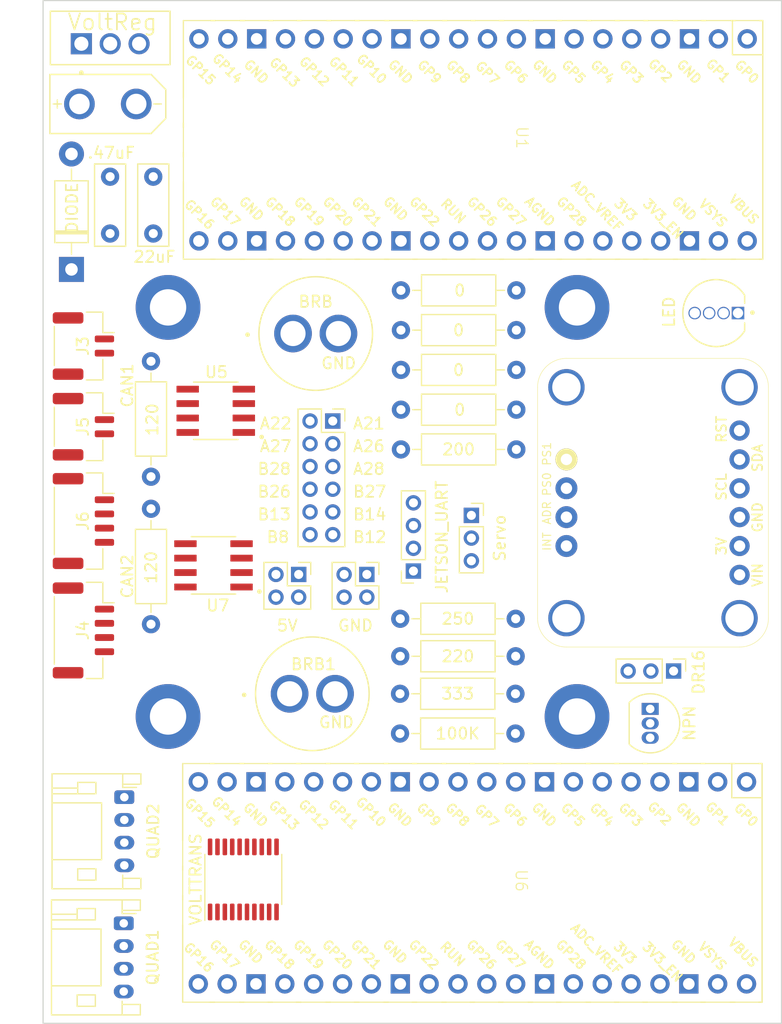
<source format=kicad_pcb>
(kicad_pcb (version 20221018) (generator pcbnew)
  (layers (0 "F.Cu" signal) (1 "In1.Cu" signal) (2 "In2.Cu" signal) (31 "B.Cu" signal) (34 "B.Paste" user) (35 "F.Paste" user) (36 "B.SilkS" user "B.Silkscreen") (37 "F.SilkS" user "F.Silkscreen") (38 "B.Mask" user) (39 "F.Mask" user) (44 "Edge.Cuts" user))
  (net 0 "")
  (net 1 "/GND")
  (net 2 "/5V")
  (net 3 "/3V3")
  (net 4 "Net-(Q1-IN)")
  (net 5 "Net-(J2-Pin_3)")
  (net 6 "Net-(J3-Pin_1)")
  (net 7 "Net-(J3-Pin_2)")
  (net 8 "Net-(J4-Pin_1)")
  (net 9 "Net-(J4-Pin_2)")
  (net 10 "Net-(Q3-B)")
  (net 11 "/CAN1_RX")
  (net 12 "/CAN1_TX")
  (net 13 "/CAN2_RX")
  (net 14 "/CAN2_TX")
  (net 15 "/A26")
  (net 16 "/A27")
  (net 17 "/A28")
  (net 20 "/B8")
  (net 21 "Net-(D17-A)")
  (net 22 "/B12")
  (net 23 "/B13")
  (net 24 "/B14")
  (net 25 "/B26")
  (net 26 "/B27")
  (net 27 "/B28")
  (net 33 "Net-(D16-Pad4)")
  (net 34 "Net-(D16-Pad3)")
  (net 35 "Net-(D16-Pad1)")
  (net 38 "/RP2040-Connect/GPIO0-A")
  (net 39 "/RP2040-Connect/GPIO1-B")
  (net 40 "/RP2040-Connect/GPIO1-A")
  (net 41 "/RP2040-Connect/GPIO0-B")
  (net 63 "Net-(J1-Pin_3)")
  (net 64 "Net-(J1-Pin_4)")
  (net 65 "Net-(J1-Pin_2)")
  (net 66 "/JETSON_UART/GND")
  (net 67 "/JETSON_UART/JETSON_tx")
  (net 68 "/JETSON_UART/3V3")
  (net 69 "/JETSON_UART/JETSON_rx")
  (net 71 "/DR16-TX")
  (net 72 "/LEDG")
  (net 73 "/LEDB")
  (net 74 "/LEDR")
  (net 75 "/GPIO0-A")
  (net 76 "/GPIO1-B")
  (net 77 "/GPIO1-A")
  (net 78 "/GPIO0-B")
  (net 79 "/INT")
  (net 80 "/ADR")
  (net 81 "/PS0")
  (net 82 "/PS1")
  (net 83 "/JETSON_rx")
  (net 84 "/JETSON_tx")
  (net 85 "/IMU_SDA")
  (net 86 "/IMU_SCL")
  (net 87 "/SERVO")
  (net 88 "/IMU_RST")
  (net 89 "/A21")
  (net 90 "/A22")
  (net 91 "Net-(U1-RUN)")
  (net 92 "Net-(U6-RUN)")
  (net 93 "/QUADA1")
  (net 94 "/QUADB1")
  (net 95 "/QUADA2")
  (net 96 "/QUADB2")
  (footprint "Connector_JST:JST_PH_S4B-PH-K_1x04_P2.00mm_Horizontal" (layer "F.Cu") (at 155.1 136.2 -90)
    (fp_text reference "QUAD1" (at 3 -2.55 90) (layer "F.SilkS"))
    (fp_text value "Conn_01x04")
    (pad "1" thru_hole roundrect (at 0 0 270) (size 1.2 1.75) (drill 0.75) (layers "*.Cu" "*.Mask") (roundrect_rratio 0.208333) (net 94 "/QUADB1"))
    (pad "2" thru_hole oval (at 2 0 270) (size 1.2 1.75) (drill 0.75) (layers "*.Cu" "*.Mask") (net 93 "/QUADA1"))
    (pad "3" thru_hole oval (at 4 0 270) (size 1.2 1.75) (drill 0.75) (layers "*.Cu" "*.Mask") (net 3 "/3V3"))
    (pad "4" thru_hole oval (at 6 0 270) (size 1.2 1.75) (drill 0.75) (layers "*.Cu" "*.Mask") (net 1 "/GND"))
  )
  (footprint "Connector_PinSocket_2.00mm:PinSocket_2x02_P2.00mm_Vertical" (layer "F.Cu") (at 170.5 105.5)
    (fp_text reference "5V" (at -1 4.5) (layer "F.SilkS"))
    (fp_text value "Conn_02x02_Counter_Clockwise")
    (pad "1" thru_hole rect (at 0 0) (size 1.35 1.35) (drill 0.8) (layers "*.Cu" "*.Mask") (net 2 "/5V"))
    (pad "2" thru_hole oval (at -2 0) (size 1.35 1.35) (drill 0.8) (layers "*.Cu" "*.Mask") (net 2 "/5V"))
    (pad "3" thru_hole oval (at 0 2) (size 1.35 1.35) (drill 0.8) (layers "*.Cu" "*.Mask") (net 2 "/5V"))
    (pad "4" thru_hole oval (at -2 2) (size 1.35 1.35) (drill 0.8) (layers "*.Cu" "*.Mask") (net 2 "/5V"))
  )
  (footprint "BNO055:BNO055" (layer "F.Cu") (at 211.8475 111.887501 90)
    (fp_text reference "IMU" hide)
    (fp_text value "BNO055" hide)
    (fp_text user "ADR" (at 11.807 -19.5 90 unlocked) (layer "F.SilkS") (effects (font (size 0.715264 0.715264) (thickness 0.097536))))
    (fp_text user "GND" (at 11.417 -0.958 90 unlocked) (layer "F.SilkS") (effects (font (size 0.87376 0.87376) (thickness 0.14224))))
    (fp_text user "VIN" (at 6.337 -0.958 90 unlocked) (layer "F.SilkS") (effects (font (size 0.87376 0.87376) (thickness 0.14224))))
    (fp_text user "SCL" (at 14.084 -4.133 90 unlocked) (layer "F.SilkS") (effects (font (size 0.87376 0.87376) (thickness 0.14224))))
    (fp_text user "PS0" (at 14.333 -19.5 90 unlocked) (layer "F.SilkS") (effects (font (size 0.715264 0.715264) (thickness 0.097536))))
    (fp_text user "SDA" (at 16.624 -0.958 90 unlocked) (layer "F.SilkS") (effects (font (size 0.87376 0.87376) (thickness 0.14224))))
    (fp_text user "3V" (at 8.877 -4.133 90 unlocked) (layer "F.SilkS") (effects (font (size 0.87376 0.87376) (thickness 0.14224))))
    (fp_text user "RST" (at 19.164 -4.133 90 unlocked) (layer "F.SilkS") (effects (font (size 0.87376 0.87376) (thickness 0.14224))))
    (fp_text user "PS1" (at 17 -19.5 90 unlocked) (layer "F.SilkS") (effects (font (size 0.715264 0.715264) (thickness 0.097536))))
    (fp_text user "INT" (at 9.284 -19.4845 90 unlocked) (layer "F.SilkS") (effects (font (size 0.715264 0.715264) (thickness 0.097536))))
    (pad "1" thru_hole circle (at 6.350001 -2.54 180) (size 1.778 1.778) (drill 1) (layers "*.Cu" "*.Mask") (net 3 "/3V3"))
    (pad "1" thru_hole circle (at 8.890001 -17.779999 180) (size 1.9304 1.9304) (drill 1) (layers "*.Cu" "*.Mask") (net 79 "/INT"))
    (pad "2" thru_hole circle (at 8.890001 -2.539999 180) (size 1.778 1.778) (drill 1) (layers "*.Cu" "*.Mask"))
    (pad "2" thru_hole circle (at 11.430001 -17.779999 180) (size 1.9304 1.9304) (drill 1) (layers "*.Cu" "*.Mask") (net 80 "/ADR"))
    (pad "3" thru_hole circle (at 11.430001 -2.539999 180) (size 1.778 1.778) (drill 1) (layers "*.Cu" "*.Mask") (net 1 "/GND"))
    (pad "3" thru_hole circle (at 13.970001 -17.779999 180) (size 1.9304 1.9304) (drill 1) (layers "*.Cu" "*.Mask") (net 81 "/PS0"))
    (pad "4" thru_hole circle (at 13.970001 -2.539999 180) (size 1.778 1.778) (drill 1) (layers "*.Cu" "*.Mask") (net 86 "/IMU_SCL"))
    (pad "4" thru_hole circle (at 16.510001 -17.779999 180) (size 1.9304 1.9304) (drill 1) (layers "*.Cu" "*.Mask" "F.SilkS") (net 82 "/PS1"))
    (pad "5" thru_hole circle (at 16.510001 -2.539999 180) (size 1.778 1.778) (drill 1) (layers "*.Cu" "*.Mask") (net 85 "/IMU_SDA"))
    (pad "6" thru_hole circle (at 19.050001 -2.539999 180) (size 1.778 1.778) (drill 1) (layers "*.Cu" "*.Mask") (net 88 "/IMU_RST"))
    (pad "P$1" thru_hole circle (at 2.540001 -17.779999 90) (size 3.2 3.2) (drill 2.5) (layers "*.Cu" "*.Mask"))
    (pad "P$1" thru_hole circle (at 2.540001 -2.539999 90) (size 3.2 3.2) (drill 2.5) (layers "*.Cu" "*.Mask"))
    (pad "P$1" thru_hole circle (at 22.860001 -17.779999 90) (size 3.2 3.2) (drill 2.5) (layers "*.Cu" "*.Mask"))
    (pad "P$1" thru_hole circle (at 22.860001 -2.539999 90) (size 3.2 3.2) (drill 2.5) (layers "*.Cu" "*.Mask"))
  )
  (footprint "LM2940CT-5.0:TO254P1054X470X1955-3" (layer "F.Cu") (at 153.91 58.8)
    (fp_text reference "VoltReg" (at 0.19 -1.9) (layer "F.SilkS") (effects (font (size 1.4 1.4))))
    (fp_text value "LM2940CT-5.0_NOPB")
    (pad "1" thru_hole rect (at -2.54 0) (size 1.86 1.86) (drill 1.24) (layers "*.Cu" "*.Mask") (net 4 "Net-(Q1-IN)"))
    (pad "2" thru_hole circle (at 0 0) (size 1.86 1.86) (drill 1.24) (layers "*.Cu" "*.Mask") (net 1 "/GND"))
    (pad "3" thru_hole circle (at 2.54 0) (size 1.86 1.86) (drill 1.24) (layers "*.Cu" "*.Mask") (net 21 "Net-(D17-A)"))
  )
  (footprint "Diode_THT:D_DO-41_SOD81_P10.16mm_Horizontal" (layer "F.Cu") (at 150.5 78.66 90)
    (fp_text reference "DIODE" (at 5.43 0.05 90) (layer "F.SilkS"))
    (fp_text value "1N5817")
    (pad "1" thru_hole rect (at 0 0 90) (size 2.2 2.2) (drill 1.1) (layers "*.Cu" "*.Mask") (net 2 "/5V"))
    (pad "2" thru_hole oval (at 10.16 0 90) (size 2.2 2.2) (drill 1.1) (layers "*.Cu" "*.Mask") (net 21 "Net-(D17-A)"))
  )
  (footprint "XT30UPB-M:XT30UPB-M" (layer "F.Cu") (at 153.7 64.1)
    (fp_text reference "U4" hide)
    (fp_text value "XT30UPB-M")
    (pad "P$1" thru_hole circle (at -2.5 0) (size 2.7 2.7) (drill 1.8) (layers "*.Cu" "*.Mask") (net 4 "Net-(Q1-IN)"))
    (pad "P$2" thru_hole circle (at 2.5 0) (size 2.7 2.7) (drill 1.8) (layers "*.Cu" "*.Mask") (net 1 "/GND"))
  )
  (footprint "PS1024ALRED:SW_PS1024ALRED" (layer "F.Cu") (at 171.7 116)
    (fp_text reference "BRB1" (at 0.1 -2.6) (layer "F.SilkS"))
    (fp_text value "SW_Push")
    (pad "1" thru_hole circle (at -2 0) (size 3.32 3.32) (drill 2.21) (layers "*.Cu" "*.Mask") (net 92 "Net-(U6-RUN)"))
    (pad "2" thru_hole circle (at 2 0) (size 3.32 3.32) (drill 2.21) (layers "*.Cu" "*.Mask") (net 1 "/GND"))
  )
  (footprint "SN65HVD230DR:SOIC127P599X175-8N" (layer "F.Cu") (at 163 104.7 180)
    (fp_text reference "U7" (at -0.385 -3.537) (layer "F.SilkS"))
    (fp_text value "SN65HVD230DR")
    (pad "1" smd roundrect (at -2.47 -1.905 180) (size 1.97 0.6) (layers "F.Cu" "F.Paste" "F.Mask") (roundrect_rratio 0.07) (net 14 "/CAN2_TX"))
    (pad "2" smd roundrect (at -2.47 -0.635 180) (size 1.97 0.6) (layers "F.Cu" "F.Paste" "F.Mask") (roundrect_rratio 0.07) (net 1 "/GND"))
    (pad "3" smd roundrect (at -2.47 0.635 180) (size 1.97 0.6) (layers "F.Cu" "F.Paste" "F.Mask") (roundrect_rratio 0.07) (net 3 "/3V3"))
    (pad "4" smd roundrect (at -2.47 1.905 180) (size 1.97 0.6) (layers "F.Cu" "F.Paste" "F.Mask") (roundrect_rratio 0.07) (net 13 "/CAN2_RX"))
    (pad "5" smd roundrect (at 2.47 1.905 180) (size 1.97 0.6) (layers "F.Cu" "F.Paste" "F.Mask") (roundrect_rratio 0.07))
    (pad "6" smd roundrect (at 2.47 0.635 180) (size 1.97 0.6) (layers "F.Cu" "F.Paste" "F.Mask") (roundrect_rratio 0.07) (net 8 "Net-(J4-Pin_1)"))
    (pad "7" smd roundrect (at 2.47 -0.635 180) (size 1.97 0.6) (layers "F.Cu" "F.Paste" "F.Mask") (roundrect_rratio 0.07) (net 9 "Net-(J4-Pin_2)"))
    (pad "8" smd roundrect (at 2.47 -1.905 180) (size 1.97 0.6) (layers "F.Cu" "F.Paste" "F.Mask") (roundrect_rratio 0.07) (net 1 "/GND"))
  )
  (footprint "MountingHole:MountingHole_3.2mm_M3_ISO7380_Pad" (layer "F.Cu") (at 159 118)
    (fp_text reference "REF**" hide)
    (fp_text value "MountingHole_3.2mm_M3_ISO7380_Pad")
    (pad "1" thru_hole circle locked (at 0 0) (size 5.7 5.7) (drill 3.2) (layers "*.Cu" "*.Mask"))
  )
  (footprint "Resistor_THT:R_Axial_DIN0207_L6.3mm_D2.5mm_P10.16mm_Horizontal" (layer "F.Cu") (at 157.5 109.88 90)
    (fp_text reference "R6" hide)
    (fp_text value "120")
    (pad "1" thru_hole circle (at 0 0 90) (size 1.6 1.6) (drill 0.8) (layers "*.Cu" "*.Mask") (net 9 "Net-(J4-Pin_2)"))
    (pad "2" thru_hole oval (at 10.16 0 90) (size 1.6 1.6) (drill 0.8) (layers "*.Cu" "*.Mask") (net 8 "Net-(J4-Pin_1)"))
  )
  (footprint "Connector_PinSocket_2.00mm:PinSocket_1x04_P2.00mm_Vertical" (layer "F.Cu") (at 180.6 105.2 180)
    (fp_text reference "JETSON_UART" (at -2.5 3 270) (layer "F.SilkS"))
    (fp_text value "Conn_01x04")
    (pad "1" thru_hole rect (at 0 0 180) (size 1.35 1.35) (drill 0.8) (layers "*.Cu" "*.Mask") (net 66 "/JETSON_UART/GND"))
    (pad "2" thru_hole oval (at 0 2 180) (size 1.35 1.35) (drill 0.8) (layers "*.Cu" "*.Mask") (net 65 "Net-(J1-Pin_2)"))
    (pad "3" thru_hole oval (at 0 4 180) (size 1.35 1.35) (drill 0.8) (layers "*.Cu" "*.Mask") (net 63 "Net-(J1-Pin_3)"))
    (pad "4" thru_hole oval (at 0 6 180) (size 1.35 1.35) (drill 0.8) (layers "*.Cu" "*.Mask") (net 64 "Net-(J1-Pin_4)"))
  )
  (footprint "appended_pico:Updated_Pico" (layer "F.Cu") (at 189.6 132.44 -90)
    (fp_text reference "U6" (at 0 -0.5 -90 unlocked) (layer "F.SilkS") (effects (font (thickness 0.1))))
    (fp_text value "Pico")
    (fp_text user "GP5" (at -5.79 -5.04 135) (layer "F.SilkS") (effects (font (size 0.8 0.8))))
    (fp_text user "GP22" (at 6.514 8.09 135) (layer "F.SilkS") (effects (font (size 0.8 0.8))))
    (fp_text user "GP3" (at -5.79 -10.12 135) (layer "F.SilkS") (effects (font (size 0.8 0.8))))
    (fp_text user "3V3_EN" (at 7.16 -12.92 135) (layer "F.SilkS") (effects (font (size 0.8 0.8))))
    (fp_text user "GND" (at -5.79 -2.5 135) (layer "F.SilkS") (effects (font (size 0.8 0.8))))
    (fp_text user "GP4" (at -5.79 -7.58 135) (layer "F.SilkS") (effects (font (size 0.8 0.8))))
    (fp_text user "GP17" (at 6.514 25.63 135) (layer "F.SilkS") (effects (font (size 0.8 0.8))))
    (fp_text user "GND" (at 6.26 -14.77 135) (layer "F.SilkS") (effects (font (size 0.8 0.8))))
    (fp_text user "GP10" (at -6.044 12.74 135) (layer "F.SilkS") (effects (font (size 0.8 0.8))))
    (fp_text user "3V3" (at 6.36 -9.62 135) (layer "F.SilkS") (effects (font (size 0.8 0.8))))
    (fp_text user "GP16" (at 6.76 27.9 135) (layer "F.SilkS") (effects (font (size 0.8 0.8))))
    (fp_text user "VSYS" (at 6.66 -17.31 135) (layer "F.SilkS") (effects (font (size 0.8 0.8))))
    (fp_text user "GP28" (at 6.514 -4.864 135) (layer "F.SilkS") (effects (font (size 0.8 0.8))))
    (fp_text user "GP15" (at -5.94 27.8 135) (layer "F.SilkS") (effects (font (size 0.8 0.8))))
    (fp_text user "GND" (at -5.79 22.9 135) (layer "F.SilkS") (effects (font (size 0.8 0.8))))
    (fp_text user "ADC_VREF" (at 6.02 -7.11 135) (layer "F.SilkS") (effects (font (size 0.8 0.8))))
    (fp_text user "GP14" (at -6.09 25.44 135) (layer "F.SilkS") (effects (font (size 0.8 0.8))))
    (fp_text user "GP8" (at -5.79 5.12 135) (layer "F.SilkS") (effects (font (size 0.8 0.8))))
    (fp_text user "RUN" (at 6.46 5.55 135) (layer "F.SilkS") (effects (font (size 0.8 0.8))))
    (fp_text user "GP26" (at 6.514 3.01 135) (layer "F.SilkS") (effects (font (size 0.8 0.8))))
    (fp_text user "GP20" (at 6.514 15.71 135) (layer "F.SilkS") (effects (font (size 0.8 0.8))))
    (fp_text user "GP2" (at -5.89 -12.66 135) (layer "F.SilkS") (effects (font (size 0.8 0.8))))
    (fp_text user "GP9" (at -5.79 7.66 135) (layer "F.SilkS") (effects (font (size 0.8 0.8))))
    (fp_text user "GP0" (at -5.79 -20.28 135) (layer "F.SilkS") (effects (font (size 0.8 0.8))))
    (fp_text user "GP6" (at -5.79 0.04 135) (layer "F.SilkS") (effects (font (size 0.8 0.8))))
    (fp_text user "GP7" (at -5.69 2.55 135) (layer "F.SilkS") (effects (font (size 0.8 0.8))))
    (fp_text user "GP21" (at 6.514 13.18 135) (layer "F.SilkS") (effects (font (size 0.8 0.8))))
    (fp_text user "GP1" (at -5.89 -17.75 135) (layer "F.SilkS") (effects (font (size 0.8 0.8))))
    (fp_text user "AGND" (at 6.514 -2.07 135) (layer "F.SilkS") (effects (font (size 0.8 0.8))))
    (fp_text user "GND" (at 6.26 10.63 135) (layer "F.SilkS") (effects (font (size 0.8 0.8))))
    (fp_text user "GND" (at -5.79 -15.2 135) (layer "F.SilkS") (effects (font (size 0.8 0.8))))
    (fp_text user "GP19" (at 6.514 18.25 135) (layer "F.SilkS") (effects (font (size 0.8 0.8))))
    (fp_text user "GP27" (at 6.514 0.48 135) (layer "F.SilkS") (effects (font (size 0.8 0.8))))
    (fp_text user "GND" (at -5.79 10.2 135) (layer "F.SilkS") (effects (font (size 0.8 0.8))))
    (fp_text user "GP11" (at -5.82 15.17 135) (layer "F.SilkS") (effects (font (size 0.8 0.8))))
    (fp_text user "GP12" (at -5.82 17.79 135) (layer "F.SilkS") (effects (font (size 0.8 0.8))))
    (fp_text user "VBUS" (at 6.33 -20.02 135) (layer "F.SilkS") (effects (font (size 0.8 0.8))))
    (fp_text user "GP18" (at 6.514 20.79 135) (layer "F.SilkS") (effects (font (size 0.8 0.8))))
    (fp_text user "GP13" (at -5.74 20.41 135) (layer "F.SilkS") (effects (font (size 0.8 0.8))))
    (fp_text user "GND" (at 6.26 23.33 135) (layer "F.SilkS") (effects (font (size 0.8 0.8))))
    (pad "1" thru_hole oval (at -8.69 -20.32 270) (size 1.7 1.7) (drill 1.02) (layers "*.Cu" "*.Mask") (net 75 "/GPIO0-A"))
    (pad "2" thru_hole oval (at -8.69 -17.78 270) (size 1.7 1.7) (drill 1.02) (layers "*.Cu" "*.Mask") (net 77 "/GPIO1-A"))
    (pad "3" thru_hole rect (at -8.69 -15.24 270) (size 1.7 1.7) (drill 1.02) (layers "*.Cu" "*.Mask") (net 1 "/GND"))
    (pad "4" thru_hole oval (at -8.69 -12.7 270) (size 1.7 1.7) (drill 1.02) (layers "*.Cu" "*.Mask") (net 93 "/QUADA1"))
    (pad "5" thru_hole oval (at -8.69 -10.16 270) (size 1.7 1.7) (drill 1.02) (layers "*.Cu" "*.Mask") (net 94 "/QUADB1"))
    (pad "6" thru_hole oval (at -8.69 -7.62 270) (size 1.7 1.7) (drill 1.02) (layers "*.Cu" "*.Mask") (net 95 "/QUADA2"))
    (pad "7" thru_hole oval (at -8.69 -5.08 270) (size 1.7 1.7) (drill 1.02) (layers "*.Cu" "*.Mask") (net 96 "/QUADB2"))
    (pad "8" thru_hole rect (at -8.69 -2.54 270) (size 1.7 1.7) (drill 1.02) (layers "*.Cu" "*.Mask") (net 1 "/GND"))
    (pad "9" thru_hole oval (at -8.69 0 270) (size 1.7 1.7) (drill 1.02) (layers "*.Cu" "*.Mask") (net 11 "/CAN1_RX"))
    (pad "10" thru_hole oval (at -8.69 2.54 270) (size 1.7 1.7) (drill 1.02) (layers "*.Cu" "*.Mask") (net 12 "/CAN1_TX"))
    (pad "11" thru_hole oval (at -8.69 5.08 270) (size 1.7 1.7) (drill 1.02) (layers "*.Cu" "*.Mask") (net 20 "/B8"))
    (pad "12" thru_hole oval (at -8.69 7.62 270) (size 1.7 1.7) (drill 1.02) (layers "*.Cu" "*.Mask") (net 71 "/DR16-TX"))
    (pad "13" thru_hole rect (at -8.69 10.16 270) (size 1.7 1.7) (drill 1.02) (layers "*.Cu" "*.Mask") (net 1 "/GND"))
    (pad "14" thru_hole oval (at -8.69 12.7 270) (size 1.7 1.7) (drill 1.02) (layers "*.Cu" "*.Mask") (net 13 "/CAN2_RX"))
    (pad "15" thru_hole oval (at -8.69 15.24 270) (size 1.7 1.7) (drill 1.02) (layers "*.Cu" "*.Mask") (net 14 "/CAN2_TX"))
    (pad "16" thru_hole oval (at -8.69 17.78 270) (size 1.7 1.7) (drill 1.02) (layers "*.Cu" "*.Mask") (net 22 "/B12"))
    (pad "17" thru_hole oval (at -8.69 20.32 270) (size 1.7 1.7) (drill 1.02) (layers "*.Cu" "*.Mask") (net 23 "/B13"))
    (pad "18" thru_hole rect (at -8.69 22.86 270) (size 1.7 1.7) (drill 1.02) (layers "*.Cu" "*.Mask") (net 1 "/GND"))
    (pad "19" thru_hole oval (at -8.69 25.4 270) (size 1.7 1.7) (drill 1.02) (layers "*.Cu" "*.Mask") (net 24 "/B14"))
    (pad "20" thru_hole oval (at -8.69 27.94 270) (size 1.7 1.7) (drill 1.02) (layers "*.Cu" "*.Mask"))
    (pad "21" thru_hole oval (at 9.09 27.94 270) (size 1.7 1.7) (drill 1.02) (layers "*.Cu" "*.Mask"))
    (pad "22" thru_hole oval (at 9.09 25.4 270) (size 1.7 1.7) (drill 1.02) (layers "*.Cu" "*.Mask"))
    (pad "23" thru_hole rect (at 9.09 22.86 270) (size 1.7 1.7) (drill 1.02) (layers "*.Cu" "*.Mask") (net 1 "/GND"))
    (pad "24" thru_hole oval (at 9.09 20.32 270) (size 1.7 1.7) (drill 1.02) (layers "*.Cu" "*.Mask"))
    (pad "25" thru_hole oval (at 9.09 17.78 270) (size 1.7 1.7) (drill 1.02) (layers "*.Cu" "*.Mask"))
    (pad "26" thru_hole oval (at 9.09 15.24 270) (size 1.7 1.7) (drill 1.02) (layers "*.Cu" "*.Mask") (net 74 "/LEDR"))
    (pad "27" thru_hole oval (at 9.09 12.7 270) (size 1.7 1.7) (drill 1.02) (layers "*.Cu" "*.Mask") (net 72 "/LEDG"))
    (pad "28" thru_hole rect (at 9.09 10.16 270) (size 1.7 1.7) (drill 1.02) (layers "*.Cu" "*.Mask") (net 1 "/GND"))
    (pad "29" thru_hole oval (at 9.09 7.62 270) (size 1.7 1.7) (drill 1.02) (layers "*.Cu" "*.Mask") (net 73 "/LEDB"))
    (pad "30" thru_hole oval (at 9.09 5.08 270) (size 1.7 1.7) (drill 1.02) (layers "*.Cu" "*.Mask") (net 92 "Net-(U6-RUN)"))
    (pad "31" thru_hole oval (at 9.09 2.54 270) (size 1.7 1.7) (drill 1.02) (layers "*.Cu" "*.Mask") (net 25 "/B26"))
    (pad "32" thru_hole oval (at 9.09 0 270) (size 1.7 1.7) (drill 1.02) (layers "*.Cu" "*.Mask") (net 26 "/B27"))
    (pad "33" thru_hole rect (at 9.09 -2.54 270) (size 1.7 1.7) (drill 1.02) (layers "*.Cu" "*.Mask") (net 1 "/GND"))
    (pad "34" thru_hole oval (at 9.09 -5.08 270) (size 1.7 1.7) (drill 1.02) (layers "*.Cu" "*.Mask") (net 27 "/B28"))
    (pad "35" thru_hole oval (at 9.09 -7.62 270) (size 1.7 1.7) (drill 1.02) (layers "*.Cu" "*.Mask"))
    (pad "36" thru_hole oval (at 9.09 -10.16 270) (size 1.7 1.7) (drill 1.02) (layers "*.Cu" "*.Mask") (net 3 "/3V3"))
    (pad "37" thru_hole oval (at 9.09 -12.7 270) (size 1.7 1.7) (drill 1.02) (layers "*.Cu" "*.Mask"))
    (pad "38" thru_hole rect (at 9.09 -15.24 270) (size 1.7 1.7) (drill 1.02) (layers "*.Cu" "*.Mask") (net 1 "/GND"))
    (pad "39" thru_hole oval (at 9.09 -17.78 270) (size 1.7 1.7) (drill 1.02) (layers "*.Cu" "*.Mask") (net 2 "/5V"))
    (pad "40" thru_hole oval (at 9.09 -20.32 270) (size 1.7 1.7) (drill 1.02) (layers "*.Cu" "*.Mask"))
  )
  (footprint "Capacitor_THT:C_Disc_D7.0mm_W2.5mm_P5.00mm" (layer "F.Cu") (at 157.7 75.5 90)
    (fp_text reference "22uF" (at -2.05 0.1 180) (layer "F.SilkS"))
    (fp_text value "22uF")
    (pad "1" thru_hole circle (at 0 0 90) (size 1.6 1.6) (drill 0.8) (layers "*.Cu" "*.Mask") (net 21 "Net-(D17-A)"))
    (pad "2" thru_hole circle (at 5 0 90) (size 1.6 1.6) (drill 0.8) (layers "*.Cu" "*.Mask") (net 1 "/GND"))
  )
  (footprint "appended_pico:Updated_Pico" (layer "F.Cu") (at 189.66 67.06 -90)
    (fp_text reference "U1" (at 0 -0.5 -90 unlocked) (layer "F.SilkS") (effects (font (thickness 0.1))))
    (fp_text value "Pico")
    (fp_text user "GP5" (at -5.79 -5.04 135) (layer "F.SilkS") (effects (font (size 0.8 0.8))))
    (fp_text user "GP8" (at -5.79 5.12 135) (layer "F.SilkS") (effects (font (size 0.8 0.8))))
    (fp_text user "GP16" (at 6.76 27.9 135) (layer "F.SilkS") (effects (font (size 0.8 0.8))))
    (fp_text user "GP18" (at 6.514 20.79 135) (layer "F.SilkS") (effects (font (size 0.8 0.8))))
    (fp_text user "GP20" (at 6.514 15.71 135) (layer "F.SilkS") (effects (font (size 0.8 0.8))))
    (fp_text user "GP2" (at -5.89 -12.66 135) (layer "F.SilkS") (effects (font (size 0.8 0.8))))
    (fp_text user "GND" (at 6.26 -14.77 135) (layer "F.SilkS") (effects (font (size 0.8 0.8))))
    (fp_text user "RUN" (at 6.46 5.55 135) (layer "F.SilkS") (effects (font (size 0.8 0.8))))
    (fp_text user "GP12" (at -5.82 17.79 135) (layer "F.SilkS") (effects (font (size 0.8 0.8))))
    (fp_text user "GND" (at 6.26 23.33 135) (layer "F.SilkS") (effects (font (size 0.8 0.8))))
    (fp_text user "VSYS" (at 6.66 -17.31 135) (layer "F.SilkS") (effects (font (size 0.8 0.8))))
    (fp_text user "GND" (at 6.26 10.63 135) (layer "F.SilkS") (effects (font (size 0.8 0.8))))
    (fp_text user "GP27" (at 6.514 0.48 135) (layer "F.SilkS") (effects (font (size 0.8 0.8))))
    (fp_text user "3V3" (at 6.36 -9.62 135) (layer "F.SilkS") (effects (font (size 0.8 0.8))))
    (fp_text user "GP9" (at -5.79 7.66 135) (layer "F.SilkS") (effects (font (size 0.8 0.8))))
    (fp_text user "ADC_VREF" (at 6.02 -7.11 135) (layer "F.SilkS") (effects (font (size 0.8 0.8))))
    (fp_text user "GP14" (at -6.09 25.44 135) (layer "F.SilkS") (effects (font (size 0.8 0.8))))
    (fp_text user "GP26" (at 6.514 3.01 135) (layer "F.SilkS") (effects (font (size 0.8 0.8))))
    (fp_text user "GP7" (at -5.69 2.55 135) (layer "F.SilkS") (effects (font (size 0.8 0.8))))
    (fp_text user "GP28" (at 6.514 -4.864 135) (layer "F.SilkS") (effects (font (size 0.8 0.8))))
    (fp_text user "GND" (at -5.79 22.9 135) (layer "F.SilkS") (effects (font (size 0.8 0.8))))
    (fp_text user "VBUS" (at 6.33 -20.02 135) (layer "F.SilkS") (effects (font (size 0.8 0.8))))
    (fp_text user "GP13" (at -5.74 20.41 135) (layer "F.SilkS") (effects (font (size 0.8 0.8))))
    (fp_text user "GP15" (at -5.94 27.8 135) (layer "F.SilkS") (effects (font (size 0.8 0.8))))
    (fp_text user "GP17" (at 6.514 25.63 135) (layer "F.SilkS") (effects (font (size 0.8 0.8))))
    (fp_text user "GP0" (at -5.79 -20.28 135) (layer "F.SilkS") (effects (font (size 0.8 0.8))))
    (fp_text user "GP21" (at 6.514 13.18 135) (layer "F.SilkS") (effects (font (size 0.8 0.8))))
    (fp_text user "GP3" (at -5.79 -10.12 135) (layer "F.SilkS") (effects (font (size 0.8 0.8))))
    (fp_text user "GND" (at -5.79 10.2 135) (layer "F.SilkS") (effects (font (size 0.8 0.8))))
    (fp_text user "GND" (at -5.79 -2.5 135) (layer "F.SilkS") (effects (font (size 0.8 0.8))))
    (fp_text user "3V3_EN" (at 7.16 -12.92 135) (layer "F.SilkS") (effects (font (size 0.8 0.8))))
    (fp_text user "GP1" (at -5.89 -17.75 135) (layer "F.SilkS") (effects (font (size 0.8 0.8))))
    (fp_text user "GP6" (at -5.79 0.04 135) (layer "F.SilkS") (effects (font (size 0.8 0.8))))
    (fp_text user "GP19" (at 6.514 18.25 135) (layer "F.SilkS") (effects (font (size 0.8 0.8))))
    (fp_text user "GP22" (at 6.514 8.09 135) (layer "F.SilkS") (effects (font (size 0.8 0.8))))
    (fp_text user "GP11" (at -5.82 15.17 135) (layer "F.SilkS") (effects (font (size 0.8 0.8))))
    (fp_text user "GND" (at -5.79 -15.2 135) (layer "F.SilkS") (effects (font (size 0.8 0.8))))
    (fp_text user "AGND" (at 6.514 -2.07 135) (layer "F.SilkS") (effects (font (size 0.8 0.8))))
    (fp_text user "GP4" (at -5.79 -7.58 135) (layer "F.SilkS") (effects (font (size 0.8 0.8))))
    (fp_text user "GP10" (at -6.044 12.74 135) (layer "F.SilkS") (effects (font (size 0.8 0.8))))
    (pad "1" thru_hole oval (at -8.69 -20.32 270) (size 1.7 1.7) (drill 1.02) (layers "*.Cu" "*.Mask") (net 78 "/GPIO0-B"))
    (pad "2" thru_hole oval (at -8.69 -17.78 270) (size 1.7 1.7) (drill 1.02) (layers "*.Cu" "*.Mask") (net 76 "/GPIO1-B"))
    (pad "3" thru_hole rect (at -8.69 -15.24 270) (size 1.7 1.7) (drill 1.02) (layers "*.Cu" "*.Mask") (net 1 "/GND"))
    (pad "4" thru_hole oval (at -8.69 -12.7 270) (size 1.7 1.7) (drill 1.02) (layers "*.Cu" "*.Mask") (net 79 "/INT"))
    (pad "5" thru_hole oval (at -8.69 -10.16 270) (size 1.7 1.7) (drill 1.02) (layers "*.Cu" "*.Mask") (net 80 "/ADR"))
    (pad "6" thru_hole oval (at -8.69 -7.62 270) (size 1.7 1.7) (drill 1.02) (layers "*.Cu" "*.Mask") (net 81 "/PS0"))
    (pad "7" thru_hole oval (at -8.69 -5.08 270) (size 1.7 1.7) (drill 1.02) (layers "*.Cu" "*.Mask") (net 82 "/PS1"))
    (pad "8" thru_hole rect (at -8.69 -2.54 270) (size 1.7 1.7) (drill 1.02) (layers "*.Cu" "*.Mask") (net 1 "/GND"))
    (pad "9" thru_hole oval (at -8.69 0 270) (size 1.7 1.7) (drill 1.02) (layers "*.Cu" "*.Mask") (net 11 "/CAN1_RX"))
    (pad "10" thru_hole oval (at -8.69 2.54 270) (size 1.7 1.7) (drill 1.02) (layers "*.Cu" "*.Mask") (net 12 "/CAN1_TX"))
    (pad "11" thru_hole oval (at -8.69 5.08 270) (size 1.7 1.7) (drill 1.02) (layers "*.Cu" "*.Mask") (net 83 "/JETSON_rx"))
    (pad "12" thru_hole oval (at -8.69 7.62 270) (size 1.7 1.7) (drill 1.02) (layers "*.Cu" "*.Mask") (net 84 "/JETSON_tx"))
    (pad "13" thru_hole rect (at -8.69 10.16 270) (size 1.7 1.7) (drill 1.02) (layers "*.Cu" "*.Mask") (net 1 "/GND"))
    (pad "14" thru_hole oval (at -8.69 12.7 270) (size 1.7 1.7) (drill 1.02) (layers "*.Cu" "*.Mask") (net 13 "/CAN2_RX"))
    (pad "15" thru_hole oval (at -8.69 15.24 270) (size 1.7 1.7) (drill 1.02) (layers "*.Cu" "*.Mask") (net 14 "/CAN2_TX"))
    (pad "16" thru_hole oval (at -8.69 17.78 270) (size 1.7 1.7) (drill 1.02) (layers "*.Cu" "*.Mask") (net 85 "/IMU_SDA"))
    (pad "17" thru_hole oval (at -8.69 20.32 270) (size 1.7 1.7) (drill 1.02) (layers "*.Cu" "*.Mask") (net 86 "/IMU_SCL"))
    (pad "18" thru_hole rect (at -8.69 22.86 270) (size 1.7 1.7) (drill 1.02) (layers "*.Cu" "*.Mask") (net 1 "/GND"))
    (pad "19" thru_hole oval (at -8.69 25.4 270) (size 1.7 1.7) (drill 1.02) (layers "*.Cu" "*.Mask") (net 87 "/SERVO"))
    (pad "20" thru_hole oval (at -8.69 27.94 270) (size 1.7 1.7) (drill 1.02) (layers "*.Cu" "*.Mask"))
    (pad "21" thru_hole oval (at 9.09 27.94 270) (size 1.7 1.7) (drill 1.02) (layers "*.Cu" "*.Mask"))
    (pad "22" thru_hole oval (at 9.09 25.4 270) (size 1.7 1.7) (drill 1.02) (layers "*.Cu" "*.Mask"))
    (pad "23" thru_hole rect (at 9.09 22.86 270) (size 1.7 1.7) (drill 1.02) (layers "*.Cu" "*.Mask") (net 1 "/GND"))
    (pad "24" thru_hole oval (at 9.09 20.32 270) (size 1.7 1.7) (drill 1.02) (layers "*.Cu" "*.Mask"))
    (pad "25" thru_hole oval (at 9.09 17.78 270) (size 1.7 1.7) (drill 1.02) (layers "*.Cu" "*.Mask"))
    (pad "26" thru_hole oval (at 9.09 15.24 270) (size 1.7 1.7) (drill 1.02) (layers "*.Cu" "*.Mask") (net 88 "/IMU_RST"))
    (pad "27" thru_hole oval (at 9.09 12.7 270) (size 1.7 1.7) (drill 1.02) (layers "*.Cu" "*.Mask") (net 89 "/A21"))
    (pad "28" thru_hole rect (at 9.09 10.16 270) (size 1.7 1.7) (drill 1.02) (layers "*.Cu" "*.Mask") (net 1 "/GND"))
    (pad "29" thru_hole oval (at 9.09 7.62 270) (size 1.7 1.7) (drill 1.02) (layers "*.Cu" "*.Mask") (net 90 "/A22"))
    (pad "30" thru_hole oval (at 9.09 5.08 270) (size 1.7 1.7) (drill 1.02) (layers "*.Cu" "*.Mask") (net 91 "Net-(U1-RUN)"))
    (pad "31" thru_hole oval (at 9.09 2.54 270) (size 1.7 1.7) (drill 1.02) (layers "*.Cu" "*.Mask") (net 15 "/A26"))
    (pad "32" thru_hole oval (at 9.09 0 270) (size 1.7 1.7) (drill 1.02) (layers "*.Cu" "*.Mask") (net 16 "/A27"))
    (pad "33" thru_hole rect (at 9.09 -2.54 270) (size 1.7 1.7) (drill 1.02) (layers "*.Cu" "*.Mask") (net 1 "/GND"))
    (pad "34" thru_hole oval (at 9.09 -5.08 270) (size 1.7 1.7) (drill 1.02) (layers "*.Cu" "*.Mask") (net 17 "/A28"))
    (pad "35" thru_hole oval (at 9.09 -7.62 270) (size 1.7 1.7) (drill 1.02) (layers "*.Cu" "*.Mask"))
    (pad "36" thru_hole oval (at 9.09 -10.16 270) (size 1.7 1.7) (drill 1.02) (layers "*.Cu" "*.Mask") (net 3 "/3V3"))
    (pad "37" thru_hole oval (at 9.09 -12.7 270) (size 1.7 1.7) (drill 1.02) (layers "*.Cu" "*.Mask"))
    (pad "38" thru_hole rect (at 9.09 -15.24 270) (size 1.7 1.7) (drill 1.02) (layers "*.Cu" "*.Mask") (net 1 "/GND"))
    (pad "39" thru_hole oval (at 9.09 -17.78 270) (size 1.7 1.7) (drill 1.02) (layers "*.Cu" "*.Mask") (net 2 "/5V"))
    (pad "40" thru_hole oval (at 9.09 -20.32 270) (size 1.7 1.7) (drill 1.02) (layers "*.Cu" "*.Mask"))
  )
  (footprint "WP154A4SUREQBFZGC:LED_WP154A4SUREQBFZGC" (layer "F.Cu") (at 207.265 82.5 180)
    (fp_text reference "LED" (at 4.165 0.1 270) (layer "F.SilkS"))
    (fp_text value "WP154A4SUREQBFZGC")
    (pad "1" thru_hole rect (at -1.905 0 180) (size 1.1 1.1) (drill 0.9) (layers "*.Cu" "*.Mask") (net 35 "Net-(D16-Pad1)"))
    (pad "2" thru_hole circle (at -0.635 0 180) (size 1.1 1.1) (drill 0.9) (layers "*.Cu" "*.Mask") (net 1 "/GND"))
    (pad "3" thru_hole circle (at 0.635 0 180) (size 1.1 1.1) (drill 0.9) (layers "*.Cu" "*.Mask") (net 34 "Net-(D16-Pad3)"))
    (pad "4" thru_hole circle (at 1.905 0 180) (size 1.1 1.1) (drill 0.9) (layers "*.Cu" "*.Mask") (net 33 "Net-(D16-Pad4)"))
  )
  (footprint "Package_SO:TSSOP-20_4.4x6.5mm_P0.65mm" (layer "F.Cu") (at 165.625 132.3375 90)
    (fp_text reference "VOLTTRANS" (at 0 -4.2 90) (layer "F.SilkS"))
    (fp_text value "TXS0108EPW")
    (pad "1" smd roundrect (at -2.8625 -2.925 90) (size 1.475 0.4) (layers "F.Cu" "F.Paste" "F.Mask") (net 63 "Net-(J1-Pin_3)"))
    (pad "2" smd roundrect (at -2.8625 -2.275 90) (size 1.475 0.4) (layers "F.Cu" "F.Paste" "F.Mask") (net 64 "Net-(J1-Pin_4)"))
    (pad "3" smd roundrect (at -2.8625 -1.625 90) (size 1.475 0.4) (layers "F.Cu" "F.Paste" "F.Mask") (net 65 "Net-(J1-Pin_2)"))
    (pad "4" smd roundrect (at -2.8625 -0.975 90) (size 1.475 0.4) (layers "F.Cu" "F.Paste" "F.Mask"))
    (pad "5" smd roundrect (at -2.8625 -0.325 90) (size 1.475 0.4) (layers "F.Cu" "F.Paste" "F.Mask"))
    (pad "6" smd roundrect (at -2.8625 0.325 90) (size 1.475 0.4) (layers "F.Cu" "F.Paste" "F.Mask"))
    (pad "7" smd roundrect (at -2.8625 0.975 90) (size 1.475 0.4) (layers "F.Cu" "F.Paste" "F.Mask"))
    (pad "8" smd roundrect (at -2.8625 1.625 90) (size 1.475 0.4) (layers "F.Cu" "F.Paste" "F.Mask"))
    (pad "9" smd roundrect (at -2.8625 2.275 90) (size 1.475 0.4) (layers "F.Cu" "F.Paste" "F.Mask"))
    (pad "10" smd roundrect (at -2.8625 2.925 90) (size 1.475 0.4) (layers "F.Cu" "F.Paste" "F.Mask"))
    (pad "11" smd roundrect (at 2.8625 2.925 90) (size 1.475 0.4) (layers "F.Cu" "F.Paste" "F.Mask") (net 66 "/JETSON_UART/GND"))
    (pad "12" smd roundrect (at 2.8625 2.275 90) (size 1.475 0.4) (layers "F.Cu" "F.Paste" "F.Mask"))
    (pad "13" smd roundrect (at 2.8625 1.625 90) (size 1.475 0.4) (layers "F.Cu" "F.Paste" "F.Mask"))
    (pad "14" smd roundrect (at 2.8625 0.975 90) (size 1.475 0.4) (layers "F.Cu" "F.Paste" "F.Mask"))
    (pad "15" smd roundrect (at 2.8625 0.325 90) (size 1.475 0.4) (layers "F.Cu" "F.Paste" "F.Mask"))
    (pad "16" smd roundrect (at 2.8625 -0.325 90) (size 1.475 0.4) (layers "F.Cu" "F.Paste" "F.Mask"))
    (pad "17" smd roundrect (at 2.8625 -0.975 90) (size 1.475 0.4) (layers "F.Cu" "F.Paste" "F.Mask"))
    (pad "18" smd roundrect (at 2.8625 -1.625 90) (size 1.475 0.4) (layers "F.Cu" "F.Paste" "F.Mask") (net 67 "/JETSON_UART/JETSON_tx"))
    (pad "19" smd roundrect (at 2.8625 -2.275 90) (size 1.475 0.4) (layers "F.Cu" "F.Paste" "F.Mask") (net 68 "/JETSON_UART/3V3"))
    (pad "20" smd roundrect (at 2.8625 -2.925 90) (size 1.475 0.4) (layers "F.Cu" "F.Paste" "F.Mask") (net 69 "/JETSON_UART/JETSON_rx"))
  )
  (footprint "Capacitor_THT:C_Disc_D7.0mm_W2.5mm_P5.00mm" (layer "F.Cu") (at 153.9 75.5 90)
    (fp_text reference ".47uF" (at 7.1 0.1) (layer "F.SilkS"))
    (fp_text value ".47uF")
    (pad "1" thru_hole circle (at 0 0 90) (size 1.6 1.6) (drill 0.8) (layers "*.Cu" "*.Mask") (net 4 "Net-(Q1-IN)"))
    (pad "2" thru_hole circle (at 5 0 90) (size 1.6 1.6) (drill 0.8) (layers "*.Cu" "*.Mask") (net 1 "/GND"))
  )
  (footprint "Connector_JST:JST_GH_SM04B-GHS-TB_1x04-1MP_P1.25mm_Horizontal" (layer "F.Cu") (at 151.55 100.8 -90)
    (fp_text reference "J6" (at 0 0.05 90) (layer "F.SilkS"))
    (fp_text value "Conn_01x04")
    (pad "1" smd roundrect (at -1.875 -1.85 270) (size 0.6 1.7) (layers "F.Cu" "F.Paste" "F.Mask") (net 8 "Net-(J4-Pin_1)"))
    (pad "2" smd roundrect (at -0.625 -1.85 270) (size 0.6 1.7) (layers "F.Cu" "F.Paste" "F.Mask") (net 9 "Net-(J4-Pin_2)"))
    (pad "3" smd roundrect (at 0.625 -1.85 270) (size 0.6 1.7) (layers "F.Cu" "F.Paste" "F.Mask") (net 1 "/GND"))
    (pad "4" smd roundrect (at 1.875 -1.85 270) (size 0.6 1.7) (layers "F.Cu" "F.Paste" "F.Mask") (net 2 "/5V"))
    (pad "MP" smd roundrect (at -3.725 1.35 270) (size 1 2.7) (layers "F.Cu" "F.Paste" "F.Mask"))
    (pad "MP" smd roundrect (at 3.725 1.35 270) (size 1 2.7) (layers "F.Cu" "F.Paste" "F.Mask"))
  )
  (footprint "Resistor_THT:R_Axial_DIN0207_L6.3mm_D2.5mm_P10.16mm_Horizontal" (layer "F.Cu") (at 179.5 80.5)
    (fp_text reference "R4" hide)
    (fp_text value "0")
    (pad "1" thru_hole circle (at 0 0) (size 1.6 1.6) (drill 0.8) (layers "*.Cu" "*.Mask") (net 77 "/GPIO1-A"))
    (pad "2" thru_hole oval (at 10.16 0) (size 1.6 1.6) (drill 0.8) (layers "*.Cu" "*.Mask") (net 78 "/GPIO0-B"))
  )
  (footprint "Resistor_THT:R_Axial_DIN0207_L6.3mm_D2.5mm_P10.16mm_Horizontal" (layer "F.Cu") (at 179.5 94.5)
    (fp_text reference "200" (at 5.08 0) (layer "F.SilkS"))
    (fp_text value "200")
    (pad "1" thru_hole circle (at 0 0) (size 1.6 1.6) (drill 0.8) (layers "*.Cu" "*.Mask") (net 5 "Net-(J2-Pin_3)"))
    (pad "2" thru_hole oval (at 10.16 0) (size 1.6 1.6) (drill 0.8) (layers "*.Cu" "*.Mask") (net 10 "Net-(Q3-B)"))
  )
  (footprint "Connector_JST:JST_GH_SM02B-GHS-TB_1x02-1MP_P1.25mm_Horizontal" (layer "F.Cu") (at 151.55 92.5 -90)
    (fp_text reference "J5" (at 0 0.05 90) (layer "F.SilkS"))
    (fp_text value "Conn_01x02")
    (pad "1" smd roundrect (at -0.625 -1.85 270) (size 0.6 1.7) (layers "F.Cu" "F.Paste" "F.Mask") (net 6 "Net-(J3-Pin_1)"))
    (pad "2" smd roundrect (at 0.625 -1.85 270) (size 0.6 1.7) (layers "F.Cu" "F.Paste" "F.Mask") (net 7 "Net-(J3-Pin_2)"))
    (pad "MP" smd roundrect (at -2.475 1.35 270) (size 1 2.7) (layers "F.Cu" "F.Paste" "F.Mask"))
    (pad "MP" smd roundrect (at 2.475 1.35 270) (size 1 2.7) (layers "F.Cu" "F.Paste" "F.Mask"))
  )
  (footprint "Resistor_THT:R_Axial_DIN0207_L6.3mm_D2.5mm_P10.16mm_Horizontal" (layer "F.Cu") (at 179.44 109.4)
    (fp_text reference "250" (at 5.08 0) (layer "F.SilkS"))
    (fp_text value "250")
    (pad "1" thru_hole circle (at 0 0) (size 1.6 1.6) (drill 0.8) (layers "*.Cu" "*.Mask") (net 72 "/LEDG"))
    (pad "2" thru_hole oval (at 10.16 0) (size 1.6 1.6) (drill 0.8) (layers "*.Cu" "*.Mask") (net 33 "Net-(D16-Pad4)"))
  )
  (footprint "Connector_JST:JST_GH_SM04B-GHS-TB_1x04-1MP_P1.25mm_Horizontal" (layer "F.Cu") (at 151.55 110.425 -90)
    (fp_text reference "J4" (at 0 0.05 90) (layer "F.SilkS"))
    (fp_text value "Conn_01x04")
    (pad "1" smd roundrect (at -1.875 -1.85 270) (size 0.6 1.7) (layers "F.Cu" "F.Paste" "F.Mask") (net 8 "Net-(J4-Pin_1)"))
    (pad "2" smd roundrect (at -0.625 -1.85 270) (size 0.6 1.7) (layers "F.Cu" "F.Paste" "F.Mask") (net 9 "Net-(J4-Pin_2)"))
    (pad "3" smd roundrect (at 0.625 -1.85 270) (size 0.6 1.7) (layers "F.Cu" "F.Paste" "F.Mask") (net 1 "/GND"))
    (pad "4" smd roundrect (at 1.875 -1.85 270) (size 0.6 1.7) (layers "F.Cu" "F.Paste" "F.Mask") (net 2 "/5V"))
    (pad "MP" smd roundrect (at -3.725 1.35 270) (size 1 2.7) (layers "F.Cu" "F.Paste" "F.Mask"))
    (pad "MP" smd roundrect (at 3.725 1.35 270) (size 1 2.7) (layers "F.Cu" "F.Paste" "F.Mask"))
  )
  (footprint "Connector_JST:JST_GH_SM02B-GHS-TB_1x02-1MP_P1.25mm_Horizontal" (layer "F.Cu") (at 151.55 85.4 -90)
    (fp_text reference "J3" (at 0 0.05 90) (layer "F.SilkS"))
    (fp_text value "Conn_01x02")
    (pad "1" smd roundrect (at -0.625 -1.85 270) (size 0.6 1.7) (layers "F.Cu" "F.Paste" "F.Mask") (net 6 "Net-(J3-Pin_1)"))
    (pad "2" smd roundrect (at 0.625 -1.85 270) (size 0.6 1.7) (layers "F.Cu" "F.Paste" "F.Mask") (net 7 "Net-(J3-Pin_2)"))
    (pad "MP" smd roundrect (at -2.475 1.35 270) (size 1 2.7) (layers "F.Cu" "F.Paste" "F.Mask"))
    (pad "MP" smd roundrect (at 2.475 1.35 270) (size 1 2.7) (layers "F.Cu" "F.Paste" "F.Mask"))
  )
  (footprint "Resistor_THT:R_Axial_DIN0207_L6.3mm_D2.5mm_P10.16mm_Horizontal" (layer "F.Cu") (at 179.5 91)
    (fp_text reference "R1" hide)
    (fp_text value "0")
    (pad "1" thru_hole circle (at 0 0) (size 1.6 1.6) (drill 0.8) (layers "*.Cu" "*.Mask") (net 38 "/RP2040-Connect/GPIO0-A"))
    (pad "2" thru_hole oval (at 10.16 0) (size 1.6 1.6) (drill 0.8) (layers "*.Cu" "*.Mask") (net 39 "/RP2040-Connect/GPIO1-B"))
  )
  (footprint "Connector_PinHeader_2.00mm:PinHeader_1x03_P2.00mm_Vertical" (layer "F.Cu") (at 203.5 114 -90)
    (fp_text reference "DR16" (at 0.1 -2.2 90) (layer "F.SilkS"))
    (fp_text value "Conn_01x03")
    (pad "1" thru_hole rect (at 0 0 270) (size 1.35 1.35) (drill 0.8) (layers "*.Cu" "*.Mask") (net 1 "/GND"))
    (pad "2" thru_hole oval (at 0 2 270) (size 1.35 1.35) (drill 0.8) (layers "*.Cu" "*.Mask") (net 2 "/5V"))
    (pad "3" thru_hole oval (at 0 4 270) (size 1.35 1.35) (drill 0.8) (layers "*.Cu" "*.Mask") (net 5 "Net-(J2-Pin_3)"))
  )
  (footprint "Connector_JST:JST_PH_S4B-PH-K_1x04_P2.00mm_Horizontal" (layer "F.Cu") (at 155.15 125.1 -90)
    (fp_text reference "QUAD2" (at 3 -2.55 90) (layer "F.SilkS"))
    (fp_text value "Conn_01x04")
    (pad "1" thru_hole roundrect (at 0 0 270) (size 1.2 1.75) (drill 0.75) (layers "*.Cu" "*.Mask") (roundrect_rratio 0.208333) (net 96 "/QUADB2"))
    (pad "2" thru_hole oval (at 2 0 270) (size 1.2 1.75) (drill 0.75) (layers "*.Cu" "*.Mask") (net 95 "/QUADA2"))
    (pad "3" thru_hole oval (at 4 0 270) (size 1.2 1.75) (drill 0.75) (layers "*.Cu" "*.Mask") (net 3 "/3V3"))
    (pad "4" thru_hole oval (at 6 0 270) (size 1.2 1.75) (drill 0.75) (layers "*.Cu" "*.Mask") (net 1 "/GND"))
  )
  (footprint "Resistor_THT:R_Axial_DIN0207_L6.3mm_D2.5mm_P10.16mm_Horizontal" (layer "F.Cu") (at 179.42 119.5)
    (fp_text reference "100K" (at 5.08 0) (layer "F.SilkS"))
    (fp_text value "R")
    (pad "1" thru_hole circle (at 0 0) (size 1.6 1.6) (drill 0.8) (layers "*.Cu" "*.Mask") (net 3 "/3V3"))
    (pad "2" thru_hole oval (at 10.16 0) (size 1.6 1.6) (drill 0.8) (layers "*.Cu" "*.Mask") (net 71 "/DR16-TX"))
  )
  (footprint "Resistor_THT:R_Axial_DIN0207_L6.3mm_D2.5mm_P10.16mm_Horizontal" (layer "F.Cu") (at 179.44 112.7)
    (fp_text reference "220" (at 5.08 0) (layer "F.SilkS"))
    (fp_text value "220")
    (pad "1" thru_hole circle (at 0 0) (size 1.6 1.6) (drill 0.8) (layers "*.Cu" "*.Mask") (net 73 "/LEDB"))
    (pad "2" thru_hole oval (at 10.16 0) (size 1.6 1.6) (drill 0.8) (layers "*.Cu" "*.Mask") (net 34 "Net-(D16-Pad3)"))
  )
  (footprint "Connector_PinSocket_2.00mm:PinSocket_1x03_P2.00mm_Vertical" (layer "F.Cu") (at 185.7 100.3)
    (fp_text reference "Servo" (at 2.5 2 90) (layer "F.SilkS"))
    (fp_text value "Conn_01x03")
    (pad "1" thru_hole rect (at 0 0) (size 1.35 1.35) (drill 0.8) (layers "*.Cu" "*.Mask") (net 87 "/SERVO"))
    (pad "2" thru_hole oval (at 0 2) (size 1.35 1.35) (drill 0.8) (layers "*.Cu" "*.Mask") (net 2 "/5V"))
    (pad "3" thru_hole oval (at 0 4) (size 1.35 1.35) (drill 0.8) (layers "*.Cu" "*.Mask") (net 1 "/GND"))
  )
  (footprint "Connector_PinSocket_2.00mm:PinSocket_2x06_P2.00mm_Vertical" (layer "F.Cu") (at 173.5 92)
    (fp_text reference "J8" hide)
    (fp_text value "Conn_02x06_Counter_Clockwise")
    (pad "1" thru_hole rect (at 0 0) (size 1.35 1.35) (drill 0.8) (layers "*.Cu" "*.Mask") (net 89 "/A21"))
    (pad "2" thru_hole oval (at -2 0) (size 1.35 1.35) (drill 0.8) (layers "*.Cu" "*.Mask") (net 90 "/A22"))
    (pad "3" thru_hole oval (at 0 2) (size 1.35 1.35) (drill 0.8) (layers "*.Cu" "*.Mask") (net 15 "/A26"))
    (pad "4" thru_hole oval (at -2 2) (size 1.35 1.35) (drill 0.8) (layers "*.Cu" "*.Mask") (net 16 "/A27"))
    (pad "5" thru_hole oval (at 0 4) (size 1.35 1.35) (drill 0.8) (layers "*.Cu" "*.Mask") (net 17 "/A28"))
    (pad "6" thru_hole oval (at -2 4) (size 1.35 1.35) (drill 0.8) (layers "*.Cu" "*.Mask") (net 27 "/B28"))
    (pad "7" thru_hole oval (at 0 6) (size 1.35 1.35) (drill 0.8) (layers "*.Cu" "*.Mask") (net 26 "/B27"))
    (pad "8" thru_hole oval (at -2 6) (size 1.35 1.35) (drill 0.8) (layers "*.Cu" "*.Mask") (net 25 "/B26"))
    (pad "9" thru_hole oval (at 0 8) (size 1.35 1.35) (drill 0.8) (layers "*.Cu" "*.Mask") (net 24 "/B14"))
    (pad "10" thru_hole oval (at -2 8) (size 1.35 1.35) (drill 0.8) (layers "*.Cu" "*.Mask") (net 23 "/B13"))
    (pad "11" thru_hole oval (at 0 10) (size 1.35 1.35) (drill 0.8) (layers "*.Cu" "*.Mask") (net 22 "/B12"))
    (pad "12" thru_hole oval (at -2 10) (size 1.35 1.35) (drill 0.8) (layers "*.Cu" "*.Mask") (net 20 "/B8"))
  )
  (footprint "MountingHole:MountingHole_3.2mm_M3_ISO7380_Pad" (layer "F.Cu") (at 195 82)
    (fp_text reference "MountingHole3" hide)
    (fp_text value "MountingHole_3.2mm_M3_ISO7380_Pad")
    (pad "1" thru_hole circle (at 0 0) (size 5.7 5.7) (drill 3.2) (layers "*.Cu" "*.Mask"))
  )
  (footprint "MountingHole:MountingHole_3.2mm_M3_ISO7380_Pad" (layer "F.Cu") (at 195 118)
    (fp_text reference "MountingHole2" hide)
    (fp_text value "MountingHole_3.2mm_M3_ISO7380_Pad")
    (pad "1" thru_hole circle (at 0 0) (size 5.7 5.7) (drill 3.2) (layers "*.Cu" "*.Mask"))
  )
  (footprint "Package_TO_SOT_THT:TO-92_Inline" (layer "F.Cu") (at 201.44 117.33 -90)
    (fp_text reference "NPN" (at 1.27 -3.46 90) (layer "F.SilkS"))
    (fp_text value "PN2222A")
    (pad "1" thru_hole rect (at 0 0 270) (size 1.05 1.5) (drill 0.75) (layers "*.Cu" "*.Mask") (net 1 "/GND"))
    (pad "2" thru_hole oval (at 1.27 0 270) (size 1.05 1.5) (drill 0.75) (layers "*.Cu" "*.Mask") (net 10 "Net-(Q3-B)"))
    (pad "3" thru_hole oval (at 2.54 0 270) (size 1.05 1.5) (drill 0.75) (layers "*.Cu" "*.Mask") (net 71 "/DR16-TX"))
  )
  (footprint "MountingHole:MountingHole_3.2mm_M3_ISO7380_Pad" (layer "F.Cu") (at 159 82)
    (fp_text reference "MountingHole1" hide)
    (fp_text value "MountingHole_3.2mm_M3_ISO7380_Pad")
    (pad "1" thru_hole circle locked (at 0 0) (size 5.7 5.7) (drill 3.2) (layers "*.Cu" "*.Mask"))
  )
  (footprint "Resistor_THT:R_Axial_DIN0207_L6.3mm_D2.5mm_P10.16mm_Horizontal" (layer "F.Cu") (at 179.5 87.5)
    (fp_text reference "R2" hide)
    (fp_text value "0")
    (pad "1" thru_hole circle (at 0 0) (size 1.6 1.6) (drill 0.8) (layers "*.Cu" "*.Mask") (net 40 "/RP2040-Connect/GPIO1-A"))
    (pad "2" thru_hole oval (at 10.16 0) (size 1.6 1.6) (drill 0.8) (layers "*.Cu" "*.Mask") (net 41 "/RP2040-Connect/GPIO0-B"))
  )
  (footprint "SN65HVD230DR:SOIC127P599X175-8N" (layer "F.Cu") (at 163.2 91.1 180)
    (fp_text reference "U5" (at -0.055 3.4) (layer "F.SilkS"))
    (fp_text value "SN65HVD230DR")
    (pad "1" smd roundrect (at -2.47 -1.905 180) (size 1.97 0.6) (layers "F.Cu" "F.Paste" "F.Mask") (roundrect_rratio 0.07) (net 12 "/CAN1_TX"))
    (pad "2" smd roundrect (at -2.47 -0.635 180) (size 1.97 0.6) (layers "F.Cu" "F.Paste" "F.Mask") (roundrect_rratio 0.07) (net 1 "/GND"))
    (pad "3" smd roundrect (at -2.47 0.635 180) (size 1.97 0.6) (layers "F.Cu" "F.Paste" "F.Mask") (roundrect_rratio 0.07) (net 3 "/3V3"))
    (pad "4" smd roundrect (at -2.47 1.905 180) (size 1.97 0.6) (layers "F.Cu" "F.Paste" "F.Mask") (roundrect_rratio 0.07) (net 11 "/CAN1_RX"))
    (pad "5" smd roundrect (at 2.47 1.905 180) (size 1.97 0.6) (layers "F.Cu" "F.Paste" "F.Mask") (roundrect_rratio 0.07))
    (pad "6" smd roundrect (at 2.47 0.635 180) (size 1.97 0.6) (layers "F.Cu" "F.Paste" "F.Mask") (roundrect_rratio 0.07) (net 7 "Net-(J3-Pin_2)"))
    (pad "7" smd roundrect (at 2.47 -0.635 180) (size 1.97 0.6) (layers "F.Cu" "F.Paste" "F.Mask") (roundrect_rratio 0.07) (net 6 "Net-(J3-Pin_1)"))
    (pad "8" smd roundrect (at 2.47 -1.905 180) (size 1.97 0.6) (layers "F.Cu" "F.Paste" "F.Mask") (roundrect_rratio 0.07) (net 1 "/GND"))
  )
  (footprint "Resistor_THT:R_Axial_DIN0207_L6.3mm_D2.5mm_P10.16mm_Horizontal" (layer "F.Cu") (at 157.5 86.74 -90)
    (fp_text reference "R5" hide)
    (fp_text value "120")
    (pad "1" thru_hole circle (at 0 0 270) (size 1.6 1.6) (drill 0.8) (layers "*.Cu" "*.Mask") (net 6 "Net-(J3-Pin_1)"))
    (pad "2" thru_hole oval (at 10.16 0 270) (size 1.6 1.6) (drill 0.8) (layers "*.Cu" "*.Mask") (net 7 "Net-(J3-Pin_2)"))
  )
  (footprint "PS1024ALRED:SW_PS1024ALRED" (layer "F.Cu") (at 172 84.3)
    (fp_text reference "BRB" (at 0 -2.8) (layer "F.SilkS"))
    (fp_text value "SW_Push")
    (pad "1" thru_hole circle (at -2 0) (size 3.32 3.32) (drill 2.21) (layers "*.Cu" "*.Mask") (net 91 "Net-(U1-RUN)"))
    (pad "2" thru_hole circle (at 2 0) (size 3.32 3.32) (drill 2.21) (layers "*.Cu" "*.Mask") (net 1 "/GND"))
  )
  (footprint "Resistor_THT:R_Axial_DIN0207_L6.3mm_D2.5mm_P10.16mm_Horizontal" (layer "F.Cu") (at 179.42 116)
    (fp_text reference "333" (at 5.08 0) (layer "F.SilkS"))
    (fp_text value "333")
    (pad "1" thru_hole circle (at 0 0) (size 1.6 1.6) (drill 0.8) (layers "*.Cu" "*.Mask") (net 74 "/LEDR"))
    (pad "2" thru_hole oval (at 10.16 0) (size 1.6 1.6) (drill 0.8) (layers "*.Cu" "*.Mask") (net 35 "Net-(D16-Pad1)"))
  )
  (footprint "Connector_PinSocket_2.00mm:PinSocket_2x02_P2.00mm_Vertical" (layer "F.Cu") (at 176.5 105.5)
    (fp_text reference "GND" (at -1 4.5) (layer "F.SilkS"))
    (fp_text value "Conn_02x02_Counter_Clockwise")
    (pad "1" thru_hole rect (at 0 0) (size 1.35 1.35) (drill 0.8) (layers "*.Cu" "*.Mask") (net 1 "/GND"))
    (pad "2" thru_hole oval (at -2 0) (size 1.35 1.35) (drill 0.8) (layers "*.Cu" "*.Mask") (net 1 "/GND"))
    (pad "3" thru_hole oval (at 0 2) (size 1.35 1.35) (drill 0.8) (layers "*.Cu" "*.Mask") (net 1 "/GND"))
    (pad "4" thru_hole oval (at -2 2) (size 1.35 1.35) (drill 0.8) (layers "*.Cu" "*.Mask") (net 1 "/GND"))
  )
  (footprint "Resistor_THT:R_Axial_DIN0207_L6.3mm_D2.5mm_P10.16mm_Horizontal" (layer "F.Cu") (at 179.5 84)
    (fp_text reference "R3" hide)
    (fp_text value "0")
    (pad "1" thru_hole circle (at 0 0) (size 1.6 1.6) (drill 0.8) (layers "*.Cu" "*.Mask") (net 75 "/GPIO0-A"))
    (pad "2" thru_hole oval (at 10.16 0) (size 1.6 1.6) (drill 0.8) (layers "*.Cu" "*.Mask") (net 76 "/GPIO1-B"))
  )
  (gr_rect locked (start 148 55) (end 213 145) (stroke (width 0.1)) (fill none) (layer "Edge.Cuts"))
  (gr_text "B27" (at 175.2 98.8) (layer "F.SilkS") (effects (font (size 1 1)) (justify left bottom)))
  (gr_text "CAN2" (at 156 107.7 90) (layer "F.SilkS") (effects (font (size 1 1)) (justify left bottom)))
  (gr_text "A27" (at 167 94.8) (layer "F.SilkS") (effects (font (size 1 1)) (justify left bottom)))
  (gr_text "A22" (at 167 92.8) (layer "F.SilkS") (effects (font (size 1 1)) (justify left bottom)))
  (gr_text "A21" (at 175.2 92.8) (layer "F.SilkS") (effects (font (size 1 1)) (justify left bottom)))
  (gr_text "0" (at 184.1 91.6) (layer "F.SilkS") (effects (font (size 1 1)) (justify left bottom)))
  (gr_text "A26" (at 175.2 94.8) (layer "F.SilkS") (effects (font (size 1 1)) (justify left bottom)))
  (gr_text "A28" (at 175.2 96.8) (layer "F.SilkS") (effects (font (size 1 1)) (justify left bottom)))
  (gr_text "CAN1" (at 156 90.9 90) (layer "F.SilkS") (effects (font (size 1 1)) (justify left bottom)))
  (gr_text "0" (at 184 88.1) (layer "F.SilkS") (effects (font (size 1 1)) (justify left bottom)))
  (gr_text "0" (at 184 84.6) (layer "F.SilkS") (effects (font (size 1 1)) (justify left bottom)))
  (gr_text "B26\n" (at 166.8 98.8) (layer "F.SilkS") (effects (font (size 1 1)) (justify left bottom)))
  (gr_text "120" (at 158.2 93.4 90) (layer "F.SilkS") (effects (font (size 1 1)) (justify left bottom)))
  (gr_text "B14" (at 175.2 100.8) (layer "F.SilkS") (effects (font (size 1 1)) (justify left bottom)))
  (gr_text "B8\n" (at 167.6 102.8) (layer "F.SilkS") (effects (font (size 1 1)) (justify left bottom)))
  (gr_text "B12" (at 175.2 102.8) (layer "F.SilkS") (effects (font (size 1 1)) (justify left bottom)))
  (gr_text "0" (at 184.1 81.1) (layer "F.SilkS") (effects (font (size 1 1)) (justify left bottom)))
  (gr_text "GND" (at 172.2 119.1) (layer "F.SilkS") (effects (font (size 1 1)) (justify left bottom)))
  (gr_text "B28" (at 166.8 96.8) (layer "F.SilkS") (effects (font (size 1 1)) (justify left bottom)))
  (gr_text "B13\n" (at 166.8 100.8) (layer "F.SilkS") (effects (font (size 1 1)) (justify left bottom)))
  (gr_text "120" (at 158.1 106.4 90) (layer "F.SilkS") (effects (font (size 1 1)) (justify left bottom)))
  (gr_text "GND" (at 172.4 87.5) (layer "F.SilkS") (effects (font (size 1 1)) (justify left bottom)))
)
</source>
